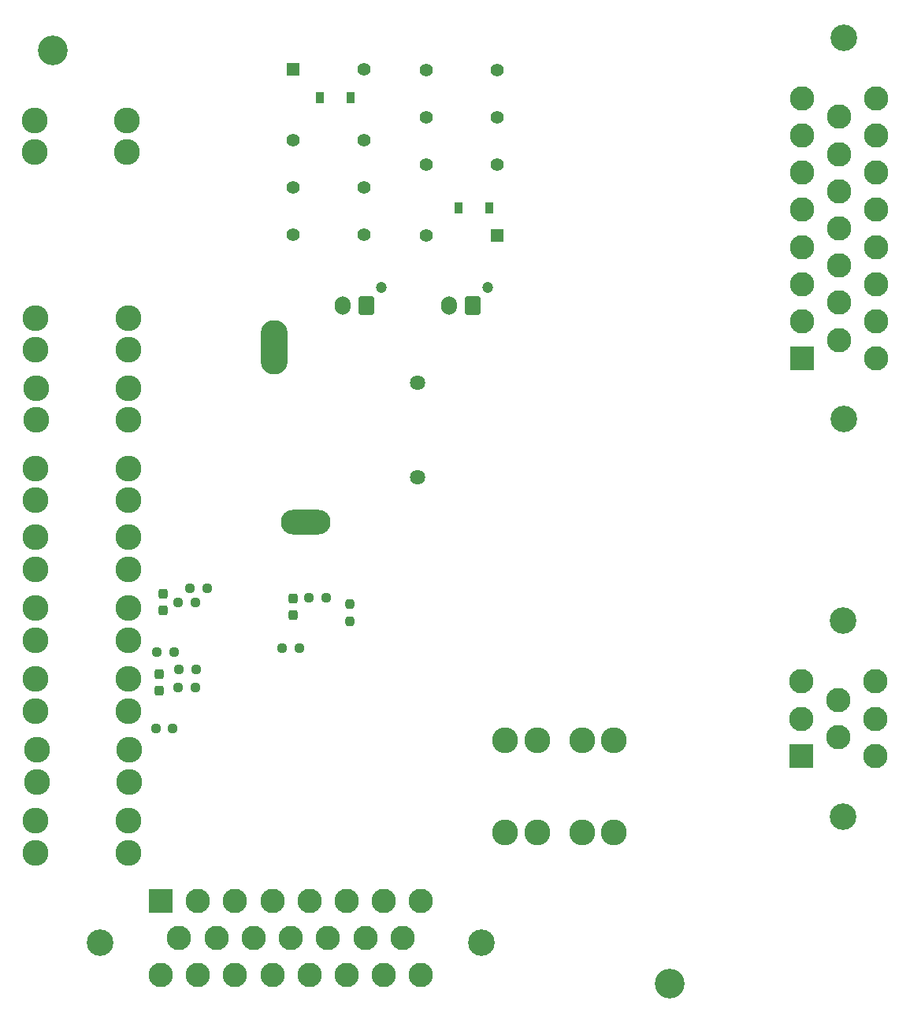
<source format=gbr>
%TF.GenerationSoftware,KiCad,Pcbnew,(6.0.1)*%
%TF.CreationDate,2022-02-14T12:03:47-05:00*%
%TF.ProjectId,rear-control-board,72656172-2d63-46f6-9e74-726f6c2d626f,rev?*%
%TF.SameCoordinates,Original*%
%TF.FileFunction,Soldermask,Bot*%
%TF.FilePolarity,Negative*%
%FSLAX46Y46*%
G04 Gerber Fmt 4.6, Leading zero omitted, Abs format (unit mm)*
G04 Created by KiCad (PCBNEW (6.0.1)) date 2022-02-14 12:03:47*
%MOMM*%
%LPD*%
G01*
G04 APERTURE LIST*
G04 Aperture macros list*
%AMRoundRect*
0 Rectangle with rounded corners*
0 $1 Rounding radius*
0 $2 $3 $4 $5 $6 $7 $8 $9 X,Y pos of 4 corners*
0 Add a 4 corners polygon primitive as box body*
4,1,4,$2,$3,$4,$5,$6,$7,$8,$9,$2,$3,0*
0 Add four circle primitives for the rounded corners*
1,1,$1+$1,$2,$3*
1,1,$1+$1,$4,$5*
1,1,$1+$1,$6,$7*
1,1,$1+$1,$8,$9*
0 Add four rect primitives between the rounded corners*
20,1,$1+$1,$2,$3,$4,$5,0*
20,1,$1+$1,$4,$5,$6,$7,0*
20,1,$1+$1,$6,$7,$8,$9,0*
20,1,$1+$1,$8,$9,$2,$3,0*%
G04 Aperture macros list end*
%ADD10C,2.780000*%
%ADD11C,1.635000*%
%ADD12O,5.340000X2.670000*%
%ADD13O,2.925000X5.850000*%
%ADD14C,1.200000*%
%ADD15RoundRect,0.250000X0.600000X0.750000X-0.600000X0.750000X-0.600000X-0.750000X0.600000X-0.750000X0*%
%ADD16O,1.700000X2.000000*%
%ADD17R,1.400000X1.400000*%
%ADD18C,1.400000*%
%ADD19C,2.850000*%
%ADD20R,2.625000X2.625000*%
%ADD21C,2.625000*%
%ADD22C,3.200000*%
%ADD23R,0.900000X1.200000*%
%ADD24RoundRect,0.237500X0.237500X-0.300000X0.237500X0.300000X-0.237500X0.300000X-0.237500X-0.300000X0*%
%ADD25RoundRect,0.237500X-0.250000X-0.237500X0.250000X-0.237500X0.250000X0.237500X-0.250000X0.237500X0*%
%ADD26RoundRect,0.237500X0.237500X-0.250000X0.237500X0.250000X-0.237500X0.250000X-0.237500X-0.250000X0*%
G04 APERTURE END LIST*
D10*
%TO.C,F4*%
X82798000Y-81441500D03*
X82798000Y-78041500D03*
X92718000Y-78041500D03*
X92718000Y-81441500D03*
%TD*%
%TO.C,F3*%
X82798000Y-119365500D03*
X82798000Y-115965500D03*
X92718000Y-115965500D03*
X92718000Y-119365500D03*
%TD*%
%TO.C,F2*%
X82798000Y-96505500D03*
X82798000Y-93105500D03*
X92718000Y-96505500D03*
X92718000Y-93105500D03*
%TD*%
%TO.C,F10*%
X144907000Y-107301000D03*
X141507000Y-107301000D03*
X144907000Y-117221000D03*
X141507000Y-117221000D03*
%TD*%
%TO.C,F5*%
X82805000Y-72813000D03*
X82805000Y-69413000D03*
X92725000Y-69413000D03*
X92725000Y-72813000D03*
%TD*%
%TO.C,F9*%
X82798000Y-65320000D03*
X82798000Y-61920000D03*
X92718000Y-65320000D03*
X92718000Y-61920000D03*
%TD*%
%TO.C,F7*%
X82925000Y-108345500D03*
X82925000Y-111745500D03*
X92845000Y-111745500D03*
X92845000Y-108345500D03*
%TD*%
D11*
%TO.C,K1*%
X123849100Y-68871450D03*
X123849100Y-79031450D03*
D12*
X111839100Y-83811450D03*
D13*
X108409100Y-65061450D03*
%TD*%
D14*
%TO.C,J4*%
X119895000Y-58589000D03*
D15*
X118295000Y-60589000D03*
D16*
X115795000Y-60589000D03*
%TD*%
D17*
%TO.C,K2*%
X110456500Y-35199000D03*
D18*
X110456500Y-42819000D03*
X110456500Y-47899000D03*
X110456500Y-52979000D03*
X118076500Y-52979000D03*
X118076500Y-47899000D03*
X118076500Y-42819000D03*
X118076500Y-35199000D03*
%TD*%
D10*
%TO.C,F1*%
X82671000Y-40654500D03*
X82671000Y-44054500D03*
X92591000Y-40654500D03*
X92591000Y-44054500D03*
%TD*%
%TO.C,F6*%
X82798000Y-100725500D03*
X82798000Y-104125500D03*
X92718000Y-100725500D03*
X92718000Y-104125500D03*
%TD*%
D19*
%TO.C,J3*%
X169546000Y-115465500D03*
X169546000Y-94465500D03*
D20*
X165046000Y-108965500D03*
D21*
X165046000Y-104965500D03*
X165046000Y-100965500D03*
X169046000Y-106965500D03*
X169046000Y-102965500D03*
X173046000Y-108965500D03*
X173046000Y-104965500D03*
X173046000Y-100965500D03*
%TD*%
D10*
%TO.C,F11*%
X136652000Y-107301000D03*
X133252000Y-107301000D03*
X133252000Y-117221000D03*
X136652000Y-117221000D03*
%TD*%
%TO.C,F8*%
X82798000Y-88885500D03*
X82798000Y-85485500D03*
X92718000Y-88885500D03*
X92718000Y-85485500D03*
%TD*%
D14*
%TO.C,J5*%
X131325000Y-58589000D03*
D15*
X129725000Y-60589000D03*
D16*
X127225000Y-60589000D03*
%TD*%
D19*
%TO.C,J2*%
X169617500Y-72760500D03*
X169617500Y-31760500D03*
D20*
X165117500Y-66260500D03*
D21*
X165117500Y-62260500D03*
X165117500Y-58260500D03*
X165117500Y-54260500D03*
X165117500Y-50260500D03*
X165117500Y-46260500D03*
X165117500Y-42260500D03*
X165117500Y-38260500D03*
X169117500Y-64260500D03*
X169117500Y-60260500D03*
X169117500Y-56260500D03*
X169117500Y-52260500D03*
X169117500Y-48260500D03*
X169117500Y-44260500D03*
X169117500Y-40260500D03*
X173117500Y-66260500D03*
X173117500Y-62260500D03*
X173117500Y-58260500D03*
X173117500Y-54260500D03*
X173117500Y-50260500D03*
X173117500Y-46260500D03*
X173117500Y-42260500D03*
X173117500Y-38260500D03*
%TD*%
D22*
%TO.C,H1*%
X150954000Y-133470000D03*
%TD*%
%TO.C,H2*%
X84583000Y-33083500D03*
%TD*%
D19*
%TO.C,J1*%
X89705000Y-129024500D03*
X130705000Y-129024500D03*
D20*
X96205000Y-124524500D03*
D21*
X100205000Y-124524500D03*
X104205000Y-124524500D03*
X108205000Y-124524500D03*
X112205000Y-124524500D03*
X116205000Y-124524500D03*
X120205000Y-124524500D03*
X124205000Y-124524500D03*
X98205000Y-128524500D03*
X102205000Y-128524500D03*
X106205000Y-128524500D03*
X110205000Y-128524500D03*
X114205000Y-128524500D03*
X118205000Y-128524500D03*
X122205000Y-128524500D03*
X96205000Y-132524500D03*
X100205000Y-132524500D03*
X104205000Y-132524500D03*
X108205000Y-132524500D03*
X112205000Y-132524500D03*
X116205000Y-132524500D03*
X120205000Y-132524500D03*
X124205000Y-132524500D03*
%TD*%
D17*
%TO.C,K3*%
X132364500Y-53046500D03*
D18*
X132364500Y-45426500D03*
X132364500Y-40346500D03*
X132364500Y-35266500D03*
X124744500Y-35266500D03*
X124744500Y-40346500D03*
X124744500Y-45426500D03*
X124744500Y-53046500D03*
%TD*%
D23*
%TO.C,D5*%
X131541000Y-50087000D03*
X128241000Y-50087000D03*
%TD*%
%TO.C,D4*%
X116651000Y-38247000D03*
X113351000Y-38247000D03*
%TD*%
D24*
%TO.C,C2*%
X96471000Y-93311500D03*
X96471000Y-91586500D03*
%TD*%
D25*
%TO.C,R11*%
X95812500Y-97783000D03*
X97637500Y-97783000D03*
%TD*%
%TO.C,R13*%
X109274500Y-97402000D03*
X111099500Y-97402000D03*
%TD*%
%TO.C,R17*%
X112172000Y-91941000D03*
X113997000Y-91941000D03*
%TD*%
D24*
%TO.C,C3*%
X96090000Y-101947500D03*
X96090000Y-100222500D03*
%TD*%
D25*
%TO.C,R14*%
X98202000Y-99688000D03*
X100027000Y-99688000D03*
%TD*%
D26*
%TO.C,R16*%
X116537000Y-94481000D03*
X116537000Y-92656000D03*
%TD*%
D25*
%TO.C,R15*%
X98098500Y-101593000D03*
X99923500Y-101593000D03*
%TD*%
%TO.C,R1*%
X99368500Y-90925000D03*
X101193500Y-90925000D03*
%TD*%
D24*
%TO.C,C13*%
X110441000Y-93819500D03*
X110441000Y-92094500D03*
%TD*%
D25*
%TO.C,R12*%
X95685500Y-106038000D03*
X97510500Y-106038000D03*
%TD*%
%TO.C,R9*%
X98098500Y-92449000D03*
X99923500Y-92449000D03*
%TD*%
M02*

</source>
